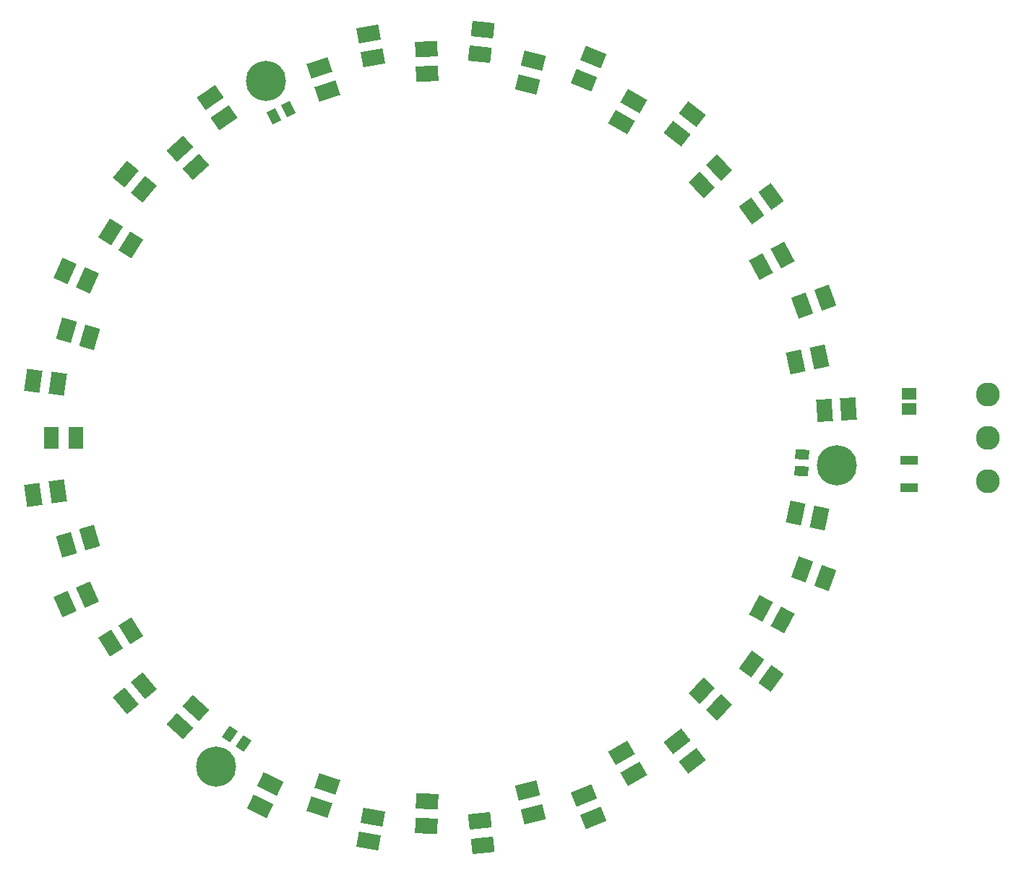
<source format=gts>
G04 Layer_Color=8388736*
%FSLAX44Y44*%
%MOMM*%
G71*
G01*
G75*
G04:AMPARAMS|DCode=67|XSize=1.1532mm|YSize=1.6032mm|CornerRadius=0mm|HoleSize=0mm|Usage=FLASHONLY|Rotation=206.000|XOffset=0mm|YOffset=0mm|HoleType=Round|Shape=Rectangle|*
%AMROTATEDRECTD67*
4,1,4,0.1668,0.9732,0.8696,-0.4677,-0.1668,-0.9732,-0.8696,0.4677,0.1668,0.9732,0.0*
%
%ADD67ROTATEDRECTD67*%

G04:AMPARAMS|DCode=68|XSize=2.6032mm|YSize=1.8032mm|CornerRadius=0mm|HoleSize=0mm|Usage=FLASHONLY|Rotation=274.000|XOffset=0mm|YOffset=0mm|HoleType=Round|Shape=Rectangle|*
%AMROTATEDRECTD68*
4,1,4,-0.9902,1.2355,0.8086,1.3613,0.9902,-1.2355,-0.8086,-1.3613,-0.9902,1.2355,0.0*
%
%ADD68ROTATEDRECTD68*%

%ADD69R,2.0032X1.1032*%
%ADD70R,1.6532X1.3532*%
G04:AMPARAMS|DCode=71|XSize=2.6032mm|YSize=1.8032mm|CornerRadius=0mm|HoleSize=0mm|Usage=FLASHONLY|Rotation=78.000|XOffset=0mm|YOffset=0mm|HoleType=Round|Shape=Rectangle|*
%AMROTATEDRECTD71*
4,1,4,0.6113,-1.4606,-1.1525,-1.0857,-0.6113,1.4606,1.1525,1.0857,0.6113,-1.4606,0.0*
%
%ADD71ROTATEDRECTD71*%

G04:AMPARAMS|DCode=72|XSize=2.6032mm|YSize=1.8032mm|CornerRadius=0mm|HoleSize=0mm|Usage=FLASHONLY|Rotation=250.000|XOffset=0mm|YOffset=0mm|HoleType=Round|Shape=Rectangle|*
%AMROTATEDRECTD72*
4,1,4,-0.4021,1.5315,1.2924,0.9147,0.4021,-1.5315,-1.2924,-0.9147,-0.4021,1.5315,0.0*
%
%ADD72ROTATEDRECTD72*%

G04:AMPARAMS|DCode=73|XSize=2.6032mm|YSize=1.8032mm|CornerRadius=0mm|HoleSize=0mm|Usage=FLASHONLY|Rotation=62.000|XOffset=0mm|YOffset=0mm|HoleType=Round|Shape=Rectangle|*
%AMROTATEDRECTD73*
4,1,4,0.1850,-1.5725,-1.4071,-0.7260,-0.1850,1.5725,1.4071,0.7260,0.1850,-1.5725,0.0*
%
%ADD73ROTATEDRECTD73*%

G04:AMPARAMS|DCode=74|XSize=2.6032mm|YSize=1.8032mm|CornerRadius=0mm|HoleSize=0mm|Usage=FLASHONLY|Rotation=234.000|XOffset=0mm|YOffset=0mm|HoleType=Round|Shape=Rectangle|*
%AMROTATEDRECTD74*
4,1,4,0.0357,1.5830,1.4945,0.5231,-0.0357,-1.5830,-1.4945,-0.5231,0.0357,1.5830,0.0*
%
%ADD74ROTATEDRECTD74*%

G04:AMPARAMS|DCode=75|XSize=2.6032mm|YSize=1.8032mm|CornerRadius=0mm|HoleSize=0mm|Usage=FLASHONLY|Rotation=46.000|XOffset=0mm|YOffset=0mm|HoleType=Round|Shape=Rectangle|*
%AMROTATEDRECTD75*
4,1,4,-0.2556,-1.5626,-1.5527,-0.3100,0.2556,1.5626,1.5527,0.3100,-0.2556,-1.5626,0.0*
%
%ADD75ROTATEDRECTD75*%

G04:AMPARAMS|DCode=76|XSize=2.6032mm|YSize=1.8032mm|CornerRadius=0mm|HoleSize=0mm|Usage=FLASHONLY|Rotation=218.000|XOffset=0mm|YOffset=0mm|HoleType=Round|Shape=Rectangle|*
%AMROTATEDRECTD76*
4,1,4,0.4706,1.5118,1.5808,0.0909,-0.4706,-1.5118,-1.5808,-0.0909,0.4706,1.5118,0.0*
%
%ADD76ROTATEDRECTD76*%

G04:AMPARAMS|DCode=77|XSize=2.6032mm|YSize=1.8032mm|CornerRadius=0mm|HoleSize=0mm|Usage=FLASHONLY|Rotation=30.000|XOffset=0mm|YOffset=0mm|HoleType=Round|Shape=Rectangle|*
%AMROTATEDRECTD77*
4,1,4,-0.6764,-1.4316,-1.5780,0.1300,0.6764,1.4316,1.5780,-0.1300,-0.6764,-1.4316,0.0*
%
%ADD77ROTATEDRECTD77*%

G04:AMPARAMS|DCode=78|XSize=2.6032mm|YSize=1.8032mm|CornerRadius=0mm|HoleSize=0mm|Usage=FLASHONLY|Rotation=202.000|XOffset=0mm|YOffset=0mm|HoleType=Round|Shape=Rectangle|*
%AMROTATEDRECTD78*
4,1,4,0.8691,1.3235,1.5446,-0.3484,-0.8691,-1.3235,-1.5446,0.3484,0.8691,1.3235,0.0*
%
%ADD78ROTATEDRECTD78*%

G04:AMPARAMS|DCode=79|XSize=2.6032mm|YSize=1.8032mm|CornerRadius=0mm|HoleSize=0mm|Usage=FLASHONLY|Rotation=14.000|XOffset=0mm|YOffset=0mm|HoleType=Round|Shape=Rectangle|*
%AMROTATEDRECTD79*
4,1,4,-1.0448,-1.1897,-1.4810,0.5599,1.0448,1.1897,1.4810,-0.5599,-1.0448,-1.1897,0.0*
%
%ADD79ROTATEDRECTD79*%

G04:AMPARAMS|DCode=80|XSize=2.6032mm|YSize=1.8032mm|CornerRadius=0mm|HoleSize=0mm|Usage=FLASHONLY|Rotation=186.000|XOffset=0mm|YOffset=0mm|HoleType=Round|Shape=Rectangle|*
%AMROTATEDRECTD80*
4,1,4,1.2002,1.0327,1.3887,-0.7606,-1.2002,-1.0327,-1.3887,0.7606,1.2002,1.0327,0.0*
%
%ADD80ROTATEDRECTD80*%

G04:AMPARAMS|DCode=81|XSize=2.6032mm|YSize=1.8032mm|CornerRadius=0mm|HoleSize=0mm|Usage=FLASHONLY|Rotation=358.000|XOffset=0mm|YOffset=0mm|HoleType=Round|Shape=Rectangle|*
%AMROTATEDRECTD81*
4,1,4,-1.3323,-0.8556,-1.2693,0.9465,1.3323,0.8556,1.2693,-0.9465,-1.3323,-0.8556,0.0*
%
%ADD81ROTATEDRECTD81*%

G04:AMPARAMS|DCode=82|XSize=2.6032mm|YSize=1.8032mm|CornerRadius=0mm|HoleSize=0mm|Usage=FLASHONLY|Rotation=170.000|XOffset=0mm|YOffset=0mm|HoleType=Round|Shape=Rectangle|*
%AMROTATEDRECTD82*
4,1,4,1.4384,0.6619,1.1253,-1.1139,-1.4384,-0.6619,-1.1253,1.1139,1.4384,0.6619,0.0*
%
%ADD82ROTATEDRECTD82*%

G04:AMPARAMS|DCode=83|XSize=2.6032mm|YSize=1.8032mm|CornerRadius=0mm|HoleSize=0mm|Usage=FLASHONLY|Rotation=342.000|XOffset=0mm|YOffset=0mm|HoleType=Round|Shape=Rectangle|*
%AMROTATEDRECTD83*
4,1,4,-1.5165,-0.4553,-0.9593,1.2597,1.5165,0.4553,0.9593,-1.2597,-1.5165,-0.4553,0.0*
%
%ADD83ROTATEDRECTD83*%

G04:AMPARAMS|DCode=84|XSize=2.6032mm|YSize=1.8032mm|CornerRadius=0mm|HoleSize=0mm|Usage=FLASHONLY|Rotation=154.000|XOffset=0mm|YOffset=0mm|HoleType=Round|Shape=Rectangle|*
%AMROTATEDRECTD84*
4,1,4,1.5651,0.2398,0.7746,-1.3809,-1.5651,-0.2398,-0.7746,1.3809,1.5651,0.2398,0.0*
%
%ADD84ROTATEDRECTD84*%

G04:AMPARAMS|DCode=85|XSize=2.6032mm|YSize=1.8032mm|CornerRadius=0mm|HoleSize=0mm|Usage=FLASHONLY|Rotation=318.000|XOffset=0mm|YOffset=0mm|HoleType=Round|Shape=Rectangle|*
%AMROTATEDRECTD85*
4,1,4,-1.5706,0.2009,-0.3640,1.5410,1.5706,-0.2009,0.3640,-1.5410,-1.5706,0.2009,0.0*
%
%ADD85ROTATEDRECTD85*%

G04:AMPARAMS|DCode=86|XSize=2.6032mm|YSize=1.8032mm|CornerRadius=0mm|HoleSize=0mm|Usage=FLASHONLY|Rotation=130.000|XOffset=0mm|YOffset=0mm|HoleType=Round|Shape=Rectangle|*
%AMROTATEDRECTD86*
4,1,4,1.5273,-0.4175,0.1460,-1.5766,-1.5273,0.4175,-0.1460,1.5766,1.5273,-0.4175,0.0*
%
%ADD86ROTATEDRECTD86*%

G04:AMPARAMS|DCode=87|XSize=2.6032mm|YSize=1.8032mm|CornerRadius=0mm|HoleSize=0mm|Usage=FLASHONLY|Rotation=302.000|XOffset=0mm|YOffset=0mm|HoleType=Round|Shape=Rectangle|*
%AMROTATEDRECTD87*
4,1,4,-1.4543,0.6260,0.0749,1.5816,1.4543,-0.6260,-0.0749,-1.5816,-1.4543,0.6260,0.0*
%
%ADD87ROTATEDRECTD87*%

G04:AMPARAMS|DCode=88|XSize=2.6032mm|YSize=1.8032mm|CornerRadius=0mm|HoleSize=0mm|Usage=FLASHONLY|Rotation=114.000|XOffset=0mm|YOffset=0mm|HoleType=Round|Shape=Rectangle|*
%AMROTATEDRECTD88*
4,1,4,1.3531,-0.8224,-0.2942,-1.5558,-1.3531,0.8224,0.2942,1.5558,1.3531,-0.8224,0.0*
%
%ADD88ROTATEDRECTD88*%

G04:AMPARAMS|DCode=89|XSize=2.6032mm|YSize=1.8032mm|CornerRadius=0mm|HoleSize=0mm|Usage=FLASHONLY|Rotation=286.000|XOffset=0mm|YOffset=0mm|HoleType=Round|Shape=Rectangle|*
%AMROTATEDRECTD89*
4,1,4,-1.2254,1.0027,0.5079,1.4997,1.2254,-1.0027,-0.5079,-1.4997,-1.2254,1.0027,0.0*
%
%ADD89ROTATEDRECTD89*%

G04:AMPARAMS|DCode=90|XSize=2.6032mm|YSize=1.8032mm|CornerRadius=0mm|HoleSize=0mm|Usage=FLASHONLY|Rotation=98.000|XOffset=0mm|YOffset=0mm|HoleType=Round|Shape=Rectangle|*
%AMROTATEDRECTD90*
4,1,4,1.0740,-1.1635,-0.7117,-1.4144,-1.0740,1.1635,0.7117,1.4144,1.0740,-1.1635,0.0*
%
%ADD90ROTATEDRECTD90*%

%ADD91R,1.8032X2.6032*%
G04:AMPARAMS|DCode=92|XSize=2.6032mm|YSize=1.8032mm|CornerRadius=0mm|HoleSize=0mm|Usage=FLASHONLY|Rotation=82.000|XOffset=0mm|YOffset=0mm|HoleType=Round|Shape=Rectangle|*
%AMROTATEDRECTD92*
4,1,4,0.7117,-1.4144,-1.0740,-1.1635,-0.7117,1.4144,1.0740,1.1635,0.7117,-1.4144,0.0*
%
%ADD92ROTATEDRECTD92*%

G04:AMPARAMS|DCode=93|XSize=2.6032mm|YSize=1.8032mm|CornerRadius=0mm|HoleSize=0mm|Usage=FLASHONLY|Rotation=254.000|XOffset=0mm|YOffset=0mm|HoleType=Round|Shape=Rectangle|*
%AMROTATEDRECTD93*
4,1,4,-0.5079,1.4997,1.2254,1.0027,0.5079,-1.4997,-1.2254,-1.0027,-0.5079,1.4997,0.0*
%
%ADD93ROTATEDRECTD93*%

G04:AMPARAMS|DCode=94|XSize=2.6032mm|YSize=1.8032mm|CornerRadius=0mm|HoleSize=0mm|Usage=FLASHONLY|Rotation=66.000|XOffset=0mm|YOffset=0mm|HoleType=Round|Shape=Rectangle|*
%AMROTATEDRECTD94*
4,1,4,0.2942,-1.5558,-1.3531,-0.8224,-0.2942,1.5558,1.3531,0.8224,0.2942,-1.5558,0.0*
%
%ADD94ROTATEDRECTD94*%

G04:AMPARAMS|DCode=95|XSize=2.6032mm|YSize=1.8032mm|CornerRadius=0mm|HoleSize=0mm|Usage=FLASHONLY|Rotation=238.000|XOffset=0mm|YOffset=0mm|HoleType=Round|Shape=Rectangle|*
%AMROTATEDRECTD95*
4,1,4,-0.0749,1.5816,1.4543,0.6260,0.0749,-1.5816,-1.4543,-0.6260,-0.0749,1.5816,0.0*
%
%ADD95ROTATEDRECTD95*%

G04:AMPARAMS|DCode=96|XSize=2.6032mm|YSize=1.8032mm|CornerRadius=0mm|HoleSize=0mm|Usage=FLASHONLY|Rotation=50.000|XOffset=0mm|YOffset=0mm|HoleType=Round|Shape=Rectangle|*
%AMROTATEDRECTD96*
4,1,4,-0.1460,-1.5766,-1.5273,-0.4175,0.1460,1.5766,1.5273,0.4175,-0.1460,-1.5766,0.0*
%
%ADD96ROTATEDRECTD96*%

G04:AMPARAMS|DCode=97|XSize=2.6032mm|YSize=1.8032mm|CornerRadius=0mm|HoleSize=0mm|Usage=FLASHONLY|Rotation=222.000|XOffset=0mm|YOffset=0mm|HoleType=Round|Shape=Rectangle|*
%AMROTATEDRECTD97*
4,1,4,0.3640,1.5410,1.5706,0.2009,-0.3640,-1.5410,-1.5706,-0.2009,0.3640,1.5410,0.0*
%
%ADD97ROTATEDRECTD97*%

G04:AMPARAMS|DCode=98|XSize=2.6032mm|YSize=1.8032mm|CornerRadius=0mm|HoleSize=0mm|Usage=FLASHONLY|Rotation=34.000|XOffset=0mm|YOffset=0mm|HoleType=Round|Shape=Rectangle|*
%AMROTATEDRECTD98*
4,1,4,-0.5749,-1.4753,-1.5833,0.0196,0.5749,1.4753,1.5833,-0.0196,-0.5749,-1.4753,0.0*
%
%ADD98ROTATEDRECTD98*%

G04:AMPARAMS|DCode=99|XSize=1.1532mm|YSize=1.6032mm|CornerRadius=0mm|HoleSize=0mm|Usage=FLASHONLY|Rotation=86.017|XOffset=0mm|YOffset=0mm|HoleType=Round|Shape=Rectangle|*
%AMROTATEDRECTD99*
4,1,4,0.7596,-0.6309,-0.8397,-0.5195,-0.7596,0.6309,0.8397,0.5195,0.7596,-0.6309,0.0*
%
%ADD99ROTATEDRECTD99*%

G04:AMPARAMS|DCode=100|XSize=1.1532mm|YSize=1.6032mm|CornerRadius=0mm|HoleSize=0mm|Usage=FLASHONLY|Rotation=326.000|XOffset=0mm|YOffset=0mm|HoleType=Round|Shape=Rectangle|*
%AMROTATEDRECTD100*
4,1,4,-0.9263,-0.3421,-0.0298,0.9870,0.9263,0.3421,0.0298,-0.9870,-0.9263,-0.3421,0.0*
%
%ADD100ROTATEDRECTD100*%

G04:AMPARAMS|DCode=101|XSize=2.6032mm|YSize=1.8032mm|CornerRadius=0mm|HoleSize=0mm|Usage=FLASHONLY|Rotation=198.000|XOffset=0mm|YOffset=0mm|HoleType=Round|Shape=Rectangle|*
%AMROTATEDRECTD101*
4,1,4,0.9593,1.2597,1.5165,-0.4553,-0.9593,-1.2597,-1.5165,0.4553,0.9593,1.2597,0.0*
%
%ADD101ROTATEDRECTD101*%

G04:AMPARAMS|DCode=102|XSize=2.6032mm|YSize=1.8032mm|CornerRadius=0mm|HoleSize=0mm|Usage=FLASHONLY|Rotation=10.000|XOffset=0mm|YOffset=0mm|HoleType=Round|Shape=Rectangle|*
%AMROTATEDRECTD102*
4,1,4,-1.1253,-1.1139,-1.4384,0.6619,1.1253,1.1139,1.4384,-0.6619,-1.1253,-1.1139,0.0*
%
%ADD102ROTATEDRECTD102*%

G04:AMPARAMS|DCode=103|XSize=2.6032mm|YSize=1.8032mm|CornerRadius=0mm|HoleSize=0mm|Usage=FLASHONLY|Rotation=182.000|XOffset=0mm|YOffset=0mm|HoleType=Round|Shape=Rectangle|*
%AMROTATEDRECTD103*
4,1,4,1.2693,0.9465,1.3323,-0.8556,-1.2693,-0.9465,-1.3323,0.8556,1.2693,0.9465,0.0*
%
%ADD103ROTATEDRECTD103*%

G04:AMPARAMS|DCode=104|XSize=2.6032mm|YSize=1.8032mm|CornerRadius=0mm|HoleSize=0mm|Usage=FLASHONLY|Rotation=354.000|XOffset=0mm|YOffset=0mm|HoleType=Round|Shape=Rectangle|*
%AMROTATEDRECTD104*
4,1,4,-1.3887,-0.7606,-1.2002,1.0327,1.3887,0.7606,1.2002,-1.0327,-1.3887,-0.7606,0.0*
%
%ADD104ROTATEDRECTD104*%

G04:AMPARAMS|DCode=105|XSize=2.6032mm|YSize=1.8032mm|CornerRadius=0mm|HoleSize=0mm|Usage=FLASHONLY|Rotation=166.000|XOffset=0mm|YOffset=0mm|HoleType=Round|Shape=Rectangle|*
%AMROTATEDRECTD105*
4,1,4,1.4810,0.5599,1.0448,-1.1897,-1.4810,-0.5599,-1.0448,1.1897,1.4810,0.5599,0.0*
%
%ADD105ROTATEDRECTD105*%

G04:AMPARAMS|DCode=106|XSize=2.6032mm|YSize=1.8032mm|CornerRadius=0mm|HoleSize=0mm|Usage=FLASHONLY|Rotation=338.000|XOffset=0mm|YOffset=0mm|HoleType=Round|Shape=Rectangle|*
%AMROTATEDRECTD106*
4,1,4,-1.5446,-0.3484,-0.8691,1.3235,1.5446,0.3484,0.8691,-1.3235,-1.5446,-0.3484,0.0*
%
%ADD106ROTATEDRECTD106*%

G04:AMPARAMS|DCode=107|XSize=2.6032mm|YSize=1.8032mm|CornerRadius=0mm|HoleSize=0mm|Usage=FLASHONLY|Rotation=150.000|XOffset=0mm|YOffset=0mm|HoleType=Round|Shape=Rectangle|*
%AMROTATEDRECTD107*
4,1,4,1.5780,0.1300,0.6764,-1.4316,-1.5780,-0.1300,-0.6764,1.4316,1.5780,0.1300,0.0*
%
%ADD107ROTATEDRECTD107*%

G04:AMPARAMS|DCode=108|XSize=2.6032mm|YSize=1.8032mm|CornerRadius=0mm|HoleSize=0mm|Usage=FLASHONLY|Rotation=322.000|XOffset=0mm|YOffset=0mm|HoleType=Round|Shape=Rectangle|*
%AMROTATEDRECTD108*
4,1,4,-1.5808,0.0909,-0.4706,1.5118,1.5808,-0.0909,0.4706,-1.5118,-1.5808,0.0909,0.0*
%
%ADD108ROTATEDRECTD108*%

G04:AMPARAMS|DCode=109|XSize=2.6032mm|YSize=1.8032mm|CornerRadius=0mm|HoleSize=0mm|Usage=FLASHONLY|Rotation=134.000|XOffset=0mm|YOffset=0mm|HoleType=Round|Shape=Rectangle|*
%AMROTATEDRECTD109*
4,1,4,1.5527,-0.3100,0.2556,-1.5626,-1.5527,0.3100,-0.2556,1.5626,1.5527,-0.3100,0.0*
%
%ADD109ROTATEDRECTD109*%

G04:AMPARAMS|DCode=110|XSize=2.6032mm|YSize=1.8032mm|CornerRadius=0mm|HoleSize=0mm|Usage=FLASHONLY|Rotation=306.000|XOffset=0mm|YOffset=0mm|HoleType=Round|Shape=Rectangle|*
%AMROTATEDRECTD110*
4,1,4,-1.4945,0.5231,-0.0357,1.5830,1.4945,-0.5231,0.0357,-1.5830,-1.4945,0.5231,0.0*
%
%ADD110ROTATEDRECTD110*%

G04:AMPARAMS|DCode=111|XSize=2.6032mm|YSize=1.8032mm|CornerRadius=0mm|HoleSize=0mm|Usage=FLASHONLY|Rotation=118.000|XOffset=0mm|YOffset=0mm|HoleType=Round|Shape=Rectangle|*
%AMROTATEDRECTD111*
4,1,4,1.4071,-0.7260,-0.1850,-1.5725,-1.4071,0.7260,0.1850,1.5725,1.4071,-0.7260,0.0*
%
%ADD111ROTATEDRECTD111*%

G04:AMPARAMS|DCode=112|XSize=2.6032mm|YSize=1.8032mm|CornerRadius=0mm|HoleSize=0mm|Usage=FLASHONLY|Rotation=290.000|XOffset=0mm|YOffset=0mm|HoleType=Round|Shape=Rectangle|*
%AMROTATEDRECTD112*
4,1,4,-1.2924,0.9147,0.4021,1.5315,1.2924,-0.9147,-0.4021,-1.5315,-1.2924,0.9147,0.0*
%
%ADD112ROTATEDRECTD112*%

G04:AMPARAMS|DCode=113|XSize=2.6032mm|YSize=1.8032mm|CornerRadius=0mm|HoleSize=0mm|Usage=FLASHONLY|Rotation=102.000|XOffset=0mm|YOffset=0mm|HoleType=Round|Shape=Rectangle|*
%AMROTATEDRECTD113*
4,1,4,1.1525,-1.0857,-0.6113,-1.4606,-1.1525,1.0857,0.6113,1.4606,1.1525,-1.0857,0.0*
%
%ADD113ROTATEDRECTD113*%

%ADD114C,2.8032*%
%ADD115C,4.7032*%
D67*
X-177111Y384803D02*
D03*
X-194188Y376474D02*
D03*
D68*
X479280Y33514D02*
D03*
X450849Y31526D02*
D03*
D69*
X550000Y-58750D02*
D03*
X550000Y-26250D02*
D03*
D70*
X550000Y51500D02*
D03*
Y33500D02*
D03*
D71*
X417229Y-88685D02*
D03*
X445106Y-94610D02*
D03*
D72*
X451475Y-164324D02*
D03*
X424694Y-154576D02*
D03*
D73*
X376621Y-200253D02*
D03*
X401785Y-213633D02*
D03*
D74*
X388692Y-282402D02*
D03*
X365635Y-265650D02*
D03*
D75*
X306834Y-296306D02*
D03*
X327336Y-316104D02*
D03*
D76*
X295663Y-378431D02*
D03*
X278117Y-355973D02*
D03*
D77*
X213275Y-369403D02*
D03*
X227525Y-394085D02*
D03*
D78*
X179980Y-445466D02*
D03*
X169303Y-419041D02*
D03*
D79*
X103192Y-413880D02*
D03*
X110087Y-441533D02*
D03*
D80*
X50221Y-477818D02*
D03*
X47242Y-449474D02*
D03*
D81*
X-14886Y-426290D02*
D03*
X-15881Y-454773D02*
D03*
D82*
X-83429Y-473151D02*
D03*
X-78480Y-445084D02*
D03*
D83*
X-131811Y-405673D02*
D03*
X-140618Y-432778D02*
D03*
D84*
X-210615Y-431826D02*
D03*
X-198122Y-406210D02*
D03*
D85*
X-285418Y-316988D02*
D03*
X-304488Y-338168D02*
D03*
D86*
X-368046Y-308827D02*
D03*
X-346214Y-290508D02*
D03*
D87*
X-361735Y-226037D02*
D03*
X-385904Y-241140D02*
D03*
D88*
X-438913Y-195417D02*
D03*
X-412877Y-183825D02*
D03*
D89*
X-410026Y-117573D02*
D03*
X-437422Y-125429D02*
D03*
D90*
X-475774Y-66866D02*
D03*
X-447552Y-62899D02*
D03*
D91*
X-426550Y0D02*
D03*
X-455050D02*
D03*
D92*
X-475774Y66866D02*
D03*
X-447552Y62899D02*
D03*
D93*
X-410026Y117573D02*
D03*
X-437422Y125429D02*
D03*
D94*
X-438913Y195417D02*
D03*
X-412877Y183825D02*
D03*
D95*
X-361735Y226037D02*
D03*
X-385904Y241140D02*
D03*
D96*
X-368046Y308827D02*
D03*
X-346214Y290508D02*
D03*
D97*
X-285418Y316988D02*
D03*
X-304488Y338168D02*
D03*
D98*
X-268664Y398311D02*
D03*
X-252727Y374683D02*
D03*
D99*
X423576Y-39013D02*
D03*
X424895Y-20059D02*
D03*
D100*
X-245846Y-347493D02*
D03*
X-230094Y-358118D02*
D03*
D101*
X-131811Y405673D02*
D03*
X-140618Y432778D02*
D03*
D102*
X-83429Y473151D02*
D03*
X-78480Y445084D02*
D03*
D103*
X-14886Y426290D02*
D03*
X-15881Y454773D02*
D03*
D104*
X50221Y477818D02*
D03*
X47242Y449474D02*
D03*
D105*
X103192Y413880D02*
D03*
X110087Y441533D02*
D03*
D106*
X179980Y445466D02*
D03*
X169303Y419041D02*
D03*
D107*
X213275Y369403D02*
D03*
X227525Y394085D02*
D03*
D108*
X295795Y378600D02*
D03*
X278248Y356142D02*
D03*
D109*
X306834Y296306D02*
D03*
X327336Y316104D02*
D03*
D110*
X388692Y282401D02*
D03*
X365635Y265650D02*
D03*
D111*
X376621Y200253D02*
D03*
X401785Y213633D02*
D03*
D112*
X451475Y164324D02*
D03*
X424694Y154576D02*
D03*
D113*
X417229Y88685D02*
D03*
X445106Y94610D02*
D03*
D114*
X642000Y-50800D02*
D03*
Y50800D02*
D03*
Y0D02*
D03*
D115*
X465064Y-32520D02*
D03*
X-261758Y-385779D02*
D03*
X-203634Y417511D02*
D03*
M02*

</source>
